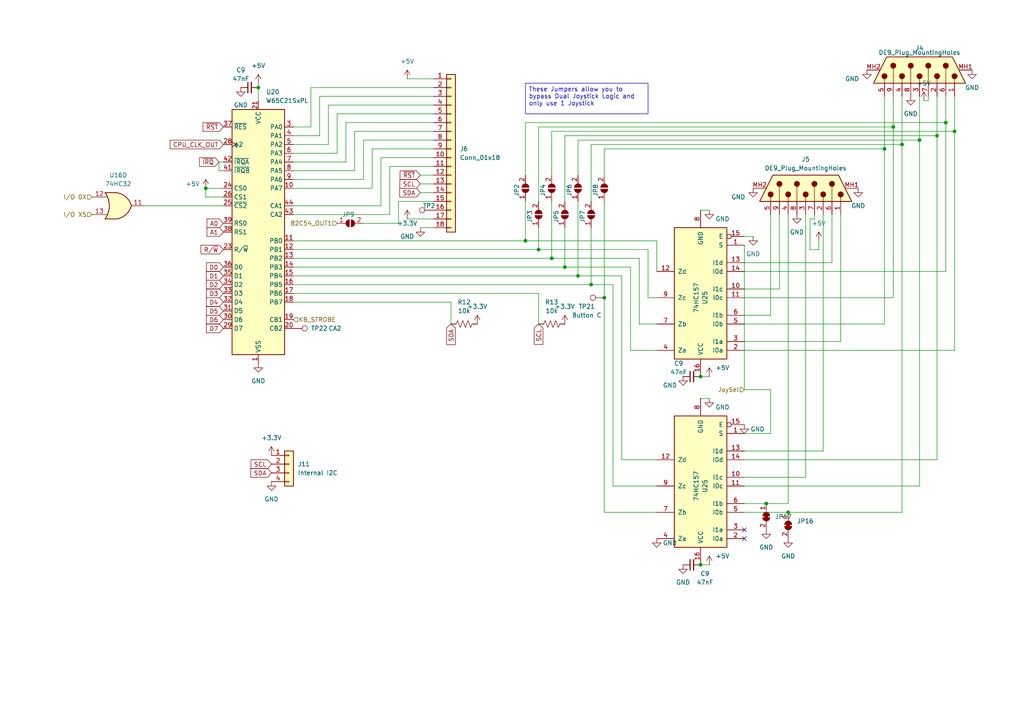
<source format=kicad_sch>
(kicad_sch (version 20230121) (generator eeschema)
  (paper "A4")
  (lib_symbols
    (symbol "74xx:74LS157" (pin_names (offset 1.016))
      (property "Reference" "U" (at -7.62 19.05 0))
      (property "Value" "74LS157" (at -7.62 -21.59 0))
      (symbol "74LS157_1_0"
        (pin input line (at -12.7 -15.24 0) (length 5.08) (name "S") (number "1"))
        (pin input line (at -12.7 -2.54 0) (length 5.08) (name "I1c") (number "10"))
        (pin input line (at -12.7 0 0) (length 5.08) (name "I0c") (number "11"))
        (pin output line (at 12.7 -7.62 180) (length 5.08) (name "Zd") (number "12"))
        (pin input line (at -12.7 -10.16 0) (length 5.08) (name "I1d") (number "13"))
        (pin input line (at -12.7 -7.62 0) (length 5.08) (name "I0d") (number "14"))
        (pin input inverted (at -12.7 -17.78 0) (length 5.08) (name "E") (number "15"))
        (pin power_in line (at 0 22.86 270) (length 5.08) (name "VCC") (number "16"))
        (pin input line (at -12.7 15.24 0) (length 5.08) (name "I0a") (number "2"))
        (pin input line (at -12.7 12.7 0) (length 5.08) (name "I1a") (number "3"))
        (pin output line (at 12.7 15.24 180) (length 5.08) (name "Za") (number "4"))
        (pin input line (at -12.7 7.62 0) (length 5.08) (name "I0b") (number "5"))
        (pin input line (at -12.7 5.08 0) (length 5.08) (name "I1b") (number "6"))
        (pin output line (at 12.7 7.62 180) (length 5.08) (name "Zb") (number "7"))
        (pin power_in line (at 0 -25.4 90) (length 5.08) (name "GND") (number "8"))
        (pin output line (at 12.7 0 180) (length 5.08) (name "Zc") (number "9"))
      )
      (symbol "74LS157_1_1"
        (rectangle (start -7.62 17.78) (end 7.62 -20.32) (stroke (width 0.254)) (fill (type background)))
      )
    )
    (symbol "74xx:74LS32" (pin_names (offset 1.016))
      (property "Reference" "U" (at 0 1.27 0))
      (property "Value" "74LS32" (at 0 -1.27 0))
      (symbol "74LS32_1_1"
        (arc (start -3.81 -3.81) (mid -2.589 0) (end -3.81 3.81) (stroke (width 0.254)))
        (arc (start -0.6096 -3.81) (mid 2.1842 -2.5851) (end 3.81 0) (stroke (width 0.254)) (fill (type background)))
        (polyline (pts (xy -3.81 -3.81) (xy -0.635 -3.81)) (stroke (width 0.254)) (fill (type background)))
        (polyline (pts (xy -3.81 3.81) (xy -0.635 3.81)) (stroke (width 0.254)) (fill (type background)))
        (polyline (pts (xy -0.635 3.81) (xy -3.81 3.81) (xy -3.81 3.81) (xy -3.556 3.4036) (xy -3.0226 2.2606) (xy -2.6924 1.0414) (xy -2.6162 -0.254) (xy -2.7686 -1.4986) (xy -3.175 -2.7178) (xy -3.81 -3.81) (xy -3.81 -3.81) (xy -0.635 -3.81)) (stroke (width -25.4)) (fill (type background)))
        (arc (start 3.81 0) (mid 2.1915 2.5936) (end -0.6096 3.81) (stroke (width 0.254)) (fill (type background)))
        (pin input line (at -7.62 2.54 0) (length 4.318) (name "~") (number "1"))
        (pin input line (at -7.62 -2.54 0) (length 4.318) (name "~") (number "2"))
        (pin output line (at 7.62 0 180) (length 3.81) (name "~") (number "3"))
      )
      (symbol "74LS32_1_2"
        (arc (start 0 -3.81) (mid 3.7934 0) (end 0 3.81) (stroke (width 0.254)) (fill (type background)))
        (polyline (pts (xy 0 3.81) (xy -3.81 3.81) (xy -3.81 -3.81) (xy 0 -3.81)) (stroke (width 0.254)) (fill (type background)))
        (pin input inverted (at -7.62 2.54 0) (length 3.81) (name "~") (number "1"))
        (pin input inverted (at -7.62 -2.54 0) (length 3.81) (name "~") (number "2"))
        (pin output inverted (at 7.62 0 180) (length 3.81) (name "~") (number "3"))
      )
      (symbol "74LS32_2_1"
        (arc (start -3.81 -3.81) (mid -2.589 0) (end -3.81 3.81) (stroke (width 0.254)))
        (arc (start -0.6096 -3.81) (mid 2.1842 -2.5851) (end 3.81 0) (stroke (width 0.254)) (fill (type background)))
        (polyline (pts (xy -3.81 -3.81) (xy -0.635 -3.81)) (stroke (width 0.254)) (fill (type background)))
        (polyline (pts (xy -3.81 3.81) (xy -0.635 3.81)) (stroke (width 0.254)) (fill (type background)))
        (polyline (pts (xy -0.635 3.81) (xy -3.81 3.81) (xy -3.81 3.81) (xy -3.556 3.4036) (xy -3.0226 2.2606) (xy -2.6924 1.0414) (xy -2.6162 -0.254) (xy -2.7686 -1.4986) (xy -3.175 -2.7178) (xy -3.81 -3.81) (xy -3.81 -3.81) (xy -0.635 -3.81)) (stroke (width -25.4)) (fill (type background)))
        (arc (start 3.81 0) (mid 2.1915 2.5936) (end -0.6096 3.81) (stroke (width 0.254)) (fill (type background)))
        (pin input line (at -7.62 2.54 0) (length 4.318) (name "~") (number "4"))
        (pin input line (at -7.62 -2.54 0) (length 4.318) (name "~") (number "5"))
        (pin output line (at 7.62 0 180) (length 3.81) (name "~") (number "6"))
      )
      (symbol "74LS32_2_2"
        (arc (start 0 -3.81) (mid 3.7934 0) (end 0 3.81) (stroke (width 0.254)) (fill (type background)))
        (polyline (pts (xy 0 3.81) (xy -3.81 3.81) (xy -3.81 -3.81) (xy 0 -3.81)) (stroke (width 0.254)) (fill (type background)))
        (pin input inverted (at -7.62 2.54 0) (length 3.81) (name "~") (number "4"))
        (pin input inverted (at -7.62 -2.54 0) (length 3.81) (name "~") (number "5"))
        (pin output inverted (at 7.62 0 180) (length 3.81) (name "~") (number "6"))
      )
      (symbol "74LS32_3_1"
        (arc (start -3.81 -3.81) (mid -2.589 0) (end -3.81 3.81) (stroke (width 0.254)))
        (arc (start -0.6096 -3.81) (mid 2.1842 -2.5851) (end 3.81 0) (stroke (width 0.254)) (fill (type background)))
        (polyline (pts (xy -3.81 -3.81) (xy -0.635 -3.81)) (stroke (width 0.254)) (fill (type background)))
        (polyline (pts (xy -3.81 3.81) (xy -0.635 3.81)) (stroke (width 0.254)) (fill (type background)))
        (polyline (pts (xy -0.635 3.81) (xy -3.81 3.81) (xy -3.81 3.81) (xy -3.556 3.4036) (xy -3.0226 2.2606) (xy -2.6924 1.0414) (xy -2.6162 -0.254) (xy -2.7686 -1.4986) (xy -3.175 -2.7178) (xy -3.81 -3.81) (xy -3.81 -3.81) (xy -0.635 -3.81)) (stroke (width -25.4)) (fill (type background)))
        (arc (start 3.81 0) (mid 2.1915 2.5936) (end -0.6096 3.81) (stroke (width 0.254)) (fill (type background)))
        (pin input line (at -7.62 -2.54 0) (length 4.318) (name "~") (number "10"))
        (pin output line (at 7.62 0 180) (length 3.81) (name "~") (number "8"))
        (pin input line (at -7.62 2.54 0) (length 4.318) (name "~") (number "9"))
      )
      (symbol "74LS32_3_2"
        (arc (start 0 -3.81) (mid 3.7934 0) (end 0 3.81) (stroke (width 0.254)) (fill (type background)))
        (polyline (pts (xy 0 3.81) (xy -3.81 3.81) (xy -3.81 -3.81) (xy 0 -3.81)) (stroke (width 0.254)) (fill (type background)))
        (pin input inverted (at -7.62 -2.54 0) (length 3.81) (name "~") (number "10"))
        (pin output inverted (at 7.62 0 180) (length 3.81) (name "~") (number "8"))
        (pin input inverted (at -7.62 2.54 0) (length 3.81) (name "~") (number "9"))
      )
      (symbol "74LS32_4_1"
        (arc (start -3.81 -3.81) (mid -2.589 0) (end -3.81 3.81) (stroke (width 0.254)))
        (arc (start -0.6096 -3.81) (mid 2.1842 -2.5851) (end 3.81 0) (stroke (width 0.254)) (fill (type background)))
        (polyline (pts (xy -3.81 -3.81) (xy -0.635 -3.81)) (stroke (width 0.254)) (fill (type background)))
        (polyline (pts (xy -3.81 3.81) (xy -0.635 3.81)) (stroke (width 0.254)) (fill (type background)))
        (polyline (pts (xy -0.635 3.81) (xy -3.81 3.81) (xy -3.81 3.81) (xy -3.556 3.4036) (xy -3.0226 2.2606) (xy -2.6924 1.0414) (xy -2.6162 -0.254) (xy -2.7686 -1.4986) (xy -3.175 -2.7178) (xy -3.81 -3.81) (xy -3.81 -3.81) (xy -0.635 -3.81)) (stroke (width -25.4)) (fill (type background)))
        (arc (start 3.81 0) (mid 2.1915 2.5936) (end -0.6096 3.81) (stroke (width 0.254)) (fill (type background)))
        (pin output line (at 7.62 0 180) (length 3.81) (name "~") (number "11"))
        (pin input line (at -7.62 2.54 0) (length 4.318) (name "~") (number "12"))
        (pin input line (at -7.62 -2.54 0) (length 4.318) (name "~") (number "13"))
      )
      (symbol "74LS32_4_2"
        (arc (start 0 -3.81) (mid 3.7934 0) (end 0 3.81) (stroke (width 0.254)) (fill (type background)))
        (polyline (pts (xy 0 3.81) (xy -3.81 3.81) (xy -3.81 -3.81) (xy 0 -3.81)) (stroke (width 0.254)) (fill (type background)))
        (pin output inverted (at 7.62 0 180) (length 3.81) (name "~") (number "11"))
        (pin input inverted (at -7.62 2.54 0) (length 3.81) (name "~") (number "12"))
        (pin input inverted (at -7.62 -2.54 0) (length 3.81) (name "~") (number "13"))
      )
      (symbol "74LS32_5_0"
        (pin power_in line (at 0 12.7 270) (length 5.08) (name "VCC") (number "14"))
        (pin power_in line (at 0 -12.7 90) (length 5.08) (name "GND") (number "7"))
      )
      (symbol "74LS32_5_1"
        (rectangle (start -5.08 7.62) (end 5.08 -7.62) (stroke (width 0.254)) (fill (type background)))
      )
    )
    (symbol "Connector:DE9_Plug_MountingHoles" (pin_names (offset 1.016) hide)
      (property "Reference" "J5" (at 8.3858 0 90))
      (property "Value" "DE9_Plug_MountingHoles" (at 5.8458 0 90))
      (symbol "DE9_Plug_MountingHoles_0_1"
        (circle (center -1.778 -10.16) (radius 0.762) (fill (type outline)))
        (circle (center -1.778 -5.08) (radius 0.762) (fill (type outline)))
        (circle (center -1.778 0) (radius 0.762) (fill (type outline)))
        (circle (center -1.778 5.08) (radius 0.762) (fill (type outline)))
        (circle (center -1.778 10.16) (radius 0.762) (fill (type outline)))
        (polyline (pts (xy -3.81 -10.16) (xy -2.54 -10.16)))
        (polyline (pts (xy -3.81 -7.62) (xy 0.508 -7.62)))
        (polyline (pts (xy -3.81 -5.08) (xy -2.54 -5.08)))
        (polyline (pts (xy -3.81 -2.54) (xy 0.508 -2.54)))
        (polyline (pts (xy -3.81 0) (xy -2.54 0)))
        (polyline (pts (xy -3.81 2.54) (xy 0.508 2.54)))
        (polyline (pts (xy -3.81 5.08) (xy -2.54 5.08)))
        (polyline (pts (xy -3.81 7.62) (xy 0.508 7.62)))
        (polyline (pts (xy -3.81 10.16) (xy -2.54 10.16)))
        (polyline (pts (xy -3.81 -13.335) (xy -3.81 13.335) (xy 3.81 9.525) (xy 3.81 -9.525) (xy -3.81 -13.335)) (stroke (width 0.254)) (fill (type background)))
        (circle (center 1.27 -7.62) (radius 0.762) (fill (type outline)))
        (circle (center 1.27 -2.54) (radius 0.762) (fill (type outline)))
        (circle (center 1.27 2.54) (radius 0.762) (fill (type outline)))
        (circle (center 1.27 7.62) (radius 0.762) (fill (type outline)))
      )
      (symbol "DE9_Plug_MountingHoles_1_1"
        (pin passive line (at -7.62 -10.16 0) (length 3.81) (name "1") (number "1"))
        (pin passive line (at -7.62 -5.08 0) (length 3.81) (name "2") (number "2"))
        (pin passive line (at -7.62 0 0) (length 3.81) (name "3") (number "3"))
        (pin passive line (at -7.62 5.08 0) (length 3.81) (name "4") (number "4"))
        (pin passive line (at -7.62 10.16 0) (length 3.81) (name "5") (number "5"))
        (pin passive line (at -7.62 -7.62 0) (length 3.81) (name "6") (number "6"))
        (pin passive line (at -7.62 -2.54 0) (length 3.81) (name "7") (number "7"))
        (pin passive line (at -7.62 2.54 0) (length 3.81) (name "8") (number "8"))
        (pin passive line (at -7.62 7.62 0) (length 3.81) (name "9") (number "9"))
        (pin passive line (at 0 -15.24 90) (length 3.81) (name "PAD") (number "MH1"))
        (pin passive line (at 0 15.24 270) (length 3.81) (name "PAD") (number "MH2"))
      )
    )
    (symbol "Connector:TestPoint" (pin_numbers hide) (pin_names (offset 0.762) hide)
      (property "Reference" "TP" (at 0 6.858 0))
      (property "Value" "TestPoint" (at 0 5.08 0))
      (symbol "TestPoint_0_1"
        (circle (center 0 3.302) (radius 0.762))
      )
      (symbol "TestPoint_1_1"
        (pin passive line (at 0 0 90) (length 2.54) (name "1") (number "1"))
      )
    )
    (symbol "Connector_Generic:Conn_01x04" (pin_names (offset 1.016) hide)
      (property "Reference" "J" (at 0 5.08 0))
      (property "Value" "Conn_01x04" (at 0 -7.62 0))
      (symbol "Conn_01x04_1_1"
        (rectangle (start -1.27 -4.953) (end 0 -5.207) (stroke (width 0.1524)))
        (rectangle (start -1.27 -2.413) (end 0 -2.667) (stroke (width 0.1524)))
        (rectangle (start -1.27 0.127) (end 0 -0.127) (stroke (width 0.1524)))
        (rectangle (start -1.27 2.667) (end 0 2.413) (stroke (width 0.1524)))
        (rectangle (start -1.27 3.81) (end 1.27 -6.35) (stroke (width 0.254)) (fill (type background)))
        (pin passive line (at -5.08 2.54 0) (length 3.81) (name "Pin_1") (number "1"))
        (pin passive line (at -5.08 0 0) (length 3.81) (name "Pin_2") (number "2"))
        (pin passive line (at -5.08 -2.54 0) (length 3.81) (name "Pin_3") (number "3"))
        (pin passive line (at -5.08 -5.08 0) (length 3.81) (name "Pin_4") (number "4"))
      )
    )
    (symbol "Connector_Generic:Conn_01x18" (pin_names (offset 1.016) hide)
      (property "Reference" "J" (at 0 22.86 0))
      (property "Value" "Conn_01x18" (at 0 -25.4 0))
      (symbol "Conn_01x18_1_1"
        (rectangle (start -1.27 -22.733) (end 0 -22.987) (stroke (width 0.1524)))
        (rectangle (start -1.27 -20.193) (end 0 -20.447) (stroke (width 0.1524)))
        (rectangle (start -1.27 -17.653) (end 0 -17.907) (stroke (width 0.1524)))
        (rectangle (start -1.27 -15.113) (end 0 -15.367) (stroke (width 0.1524)))
        (rectangle (start -1.27 -12.573) (end 0 -12.827) (stroke (width 0.1524)))
        (rectangle (start -1.27 -10.033) (end 0 -10.287) (stroke (width 0.1524)))
        (rectangle (start -1.27 -7.493) (end 0 -7.747) (stroke (width 0.1524)))
        (rectangle (start -1.27 -4.953) (end 0 -5.207) (stroke (width 0.1524)))
        (rectangle (start -1.27 -2.413) (end 0 -2.667) (stroke (width 0.1524)))
        (rectangle (start -1.27 0.127) (end 0 -0.127) (stroke (width 0.1524)))
        (rectangle (start -1.27 2.667) (end 0 2.413) (stroke (width 0.1524)))
        (rectangle (start -1.27 5.207) (end 0 4.953) (stroke (width 0.1524)))
        (rectangle (start -1.27 7.747) (end 0 7.493) (stroke (width 0.1524)))
        (rectangle (start -1.27 10.287) (end 0 10.033) (stroke (width 0.1524)))
        (rectangle (start -1.27 12.827) (end 0 12.573) (stroke (width 0.1524)))
        (rectangle (start -1.27 15.367) (end 0 15.113) (stroke (width 0.1524)))
        (rectangle (start -1.27 17.907) (end 0 17.653) (stroke (width 0.1524)))
        (rectangle (start -1.27 20.447) (end 0 20.193) (stroke (width 0.1524)))
        (rectangle (start -1.27 21.59) (end 1.27 -24.13) (stroke (width 0.254)) (fill (type background)))
        (pin passive line (at -5.08 20.32 0) (length 3.81) (name "Pin_1") (number "1"))
        (pin passive line (at -5.08 -2.54 0) (length 3.81) (name "Pin_10") (number "10"))
        (pin passive line (at -5.08 -5.08 0) (length 3.81) (name "Pin_11") (number "11"))
        (pin passive line (at -5.08 -7.62 0) (length 3.81) (name "Pin_12") (number "12"))
        (pin passive line (at -5.08 -10.16 0) (length 3.81) (name "Pin_13") (number "13"))
        (pin passive line (at -5.08 -12.7 0) (length 3.81) (name "Pin_14") (number "14"))
        (pin passive line (at -5.08 -15.24 0) (length 3.81) (name "Pin_15") (number "15"))
        (pin passive line (at -5.08 -17.78 0) (length 3.81) (name "Pin_16") (number "16"))
        (pin passive line (at -5.08 -20.32 0) (length 3.81) (name "Pin_17") (number "17"))
        (pin passive line (at -5.08 -22.86 0) (length 3.81) (name "Pin_18") (number "18"))
        (pin passive line (at -5.08 17.78 0) (length 3.81) (name "Pin_2") (number "2"))
        (pin passive line (at -5.08 15.24 0) (length 3.81) (name "Pin_3") (number "3"))
        (pin passive line (at -5.08 12.7 0) (length 3.81) (name "Pin_4") (number "4"))
        (pin passive line (at -5.08 10.16 0) (length 3.81) (name "Pin_5") (number "5"))
        (pin passive line (at -5.08 7.62 0) (length 3.81) (name "Pin_6") (number "6"))
        (pin passive line (at -5.08 5.08 0) (length 3.81) (name "Pin_7") (number "7"))
        (pin passive line (at -5.08 2.54 0) (length 3.81) (name "Pin_8") (number "8"))
        (pin passive line (at -5.08 0 0) (length 3.81) (name "Pin_9") (number "9"))
      )
    )
    (symbol "DE9_Plug_MountingHoles_1" (pin_names (offset 1.016) hide)
      (property "Reference" "J4" (at 6.35 0 90))
      (property "Value" "DE9_Plug_MountingHoles" (at 5.08 0 90))
      (symbol "DE9_Plug_MountingHoles_1_0_1"
        (circle (center -1.778 -10.16) (radius 0.762) (fill (type outline)))
        (circle (center -1.778 -5.08) (radius 0.762) (fill (type outline)))
        (circle (center -1.778 0) (radius 0.762) (fill (type outline)))
        (circle (center -1.778 5.08) (radius 0.762) (fill (type outline)))
        (circle (center -1.778 10.16) (radius 0.762) (fill (type outline)))
        (polyline (pts (xy -3.81 -10.16) (xy -2.54 -10.16)))
        (polyline (pts (xy -3.81 -7.62) (xy 0.508 -7.62)))
        (polyline (pts (xy -3.81 -5.08) (xy -2.54 -5.08)))
        (polyline (pts (xy -3.81 -2.54) (xy 0.508 -2.54)))
        (polyline (pts (xy -3.81 0) (xy -2.54 0)))
        (polyline (pts (xy -3.81 2.54) (xy 0.508 2.54)))
        (polyline (pts (xy -3.81 5.08) (xy -2.54 5.08)))
        (polyline (pts (xy -3.81 7.62) (xy 0.508 7.62)))
        (polyline (pts (xy -3.81 10.16) (xy -2.54 10.16)))
        (polyline (pts (xy -3.81 -13.335) (xy -3.81 13.335) (xy 3.81 9.525) (xy 3.81 -9.525) (xy -3.81 -13.335)) (stroke (width 0.254)) (fill (type background)))
        (circle (center 1.27 -7.62) (radius 0.762) (fill (type outline)))
        (circle (center 1.27 -2.54) (radius 0.762) (fill (type outline)))
        (circle (center 1.27 2.54) (radius 0.762) (fill (type outline)))
        (circle (center 1.27 7.62) (radius 0.762) (fill (type outline)))
      )
      (symbol "DE9_Plug_MountingHoles_1_1_1"
        (pin passive line (at -7.62 -10.16 0) (length 3.81) (name "1") (number "1"))
        (pin passive line (at -7.62 -5.08 0) (length 3.81) (name "2") (number "2"))
        (pin passive line (at -7.62 0 0) (length 3.81) (name "3") (number "3"))
        (pin passive line (at -7.62 5.08 0) (length 3.81) (name "4") (number "4"))
        (pin passive line (at -7.62 10.16 0) (length 3.81) (name "5") (number "5"))
        (pin passive line (at -7.62 -7.62 0) (length 3.81) (name "6") (number "6"))
        (pin passive line (at -7.62 -2.54 0) (length 3.81) (name "7") (number "7"))
        (pin passive line (at -7.62 2.54 0) (length 3.81) (name "8") (number "8"))
        (pin passive line (at -7.62 7.62 0) (length 3.81) (name "9") (number "9"))
        (pin passive line (at 0 -15.24 90) (length 3.81) (name "PAD") (number "MH1"))
        (pin passive line (at 0 15.24 270) (length 3.81) (name "PAD") (number "MH2"))
      )
    )
    (symbol "Device:C_Small" (pin_numbers hide) (pin_names (offset 0.254) hide)
      (property "Reference" "C" (at 0.254 1.778 0))
      (property "Value" "C_Small" (at 0.254 -2.032 0))
      (symbol "C_Small_0_1"
        (polyline (pts (xy -1.524 -0.508) (xy 1.524 -0.508)) (stroke (width 0.3302)))
        (polyline (pts (xy -1.524 0.508) (xy 1.524 0.508)) (stroke (width 0.3048)))
      )
      (symbol "C_Small_1_1"
        (pin passive line (at 0 2.54 270) (length 2.032) (name "~") (number "1"))
        (pin passive line (at 0 -2.54 90) (length 2.032) (name "~") (number "2"))
      )
    )
    (symbol "Device:R_US" (pin_numbers hide) (pin_names (offset 0))
      (property "Reference" "R" (at 2.54 0 90))
      (property "Value" "R_US" (at -2.54 0 90))
      (symbol "R_US_0_1"
        (polyline (pts (xy 0 -2.286) (xy 0 -2.54)))
        (polyline (pts (xy 0 2.286) (xy 0 2.54)))
        (polyline (pts (xy 0 -0.762) (xy 1.016 -1.143) (xy 0 -1.524) (xy -1.016 -1.905) (xy 0 -2.286)))
        (polyline (pts (xy 0 0.762) (xy 1.016 0.381) (xy 0 0) (xy -1.016 -0.381) (xy 0 -0.762)))
        (polyline (pts (xy 0 2.286) (xy 1.016 1.905) (xy 0 1.524) (xy -1.016 1.143) (xy 0 0.762)))
      )
      (symbol "R_US_1_1"
        (pin passive line (at 0 3.81 270) (length 1.27) (name "~") (number "1"))
        (pin passive line (at 0 -3.81 90) (length 1.27) (name "~") (number "2"))
      )
    )
    (symbol "Jumper:SolderJumper_2_Bridged" (pin_names (offset 0) hide)
      (property "Reference" "JP" (at 0 2.032 0))
      (property "Value" "SolderJumper_2_Bridged" (at 0 -2.54 0))
      (symbol "SolderJumper_2_Bridged_0_1"
        (rectangle (start -0.508 0.508) (end 0.508 -0.508) (fill (type outline)))
        (arc (start -0.254 1.016) (mid -1.2656 0) (end -0.254 -1.016))
        (arc (start -0.254 1.016) (mid -1.2656 0) (end -0.254 -1.016) (fill (type outline)))
        (polyline (pts (xy -0.254 1.016) (xy -0.254 -1.016)))
        (polyline (pts (xy 0.254 1.016) (xy 0.254 -1.016)))
        (arc (start 0.254 -1.016) (mid 1.2656 0) (end 0.254 1.016))
        (arc (start 0.254 -1.016) (mid 1.2656 0) (end 0.254 1.016) (fill (type outline)))
      )
      (symbol "SolderJumper_2_Bridged_1_1"
        (pin passive line (at -3.81 0 0) (length 2.54) (name "A") (number "1"))
        (pin passive line (at 3.81 0 180) (length 2.54) (name "B") (number "2"))
      )
    )
    (symbol "Jumper:SolderJumper_2_Open" (pin_names (offset 0) hide)
      (property "Reference" "JP" (at 0 2.032 0))
      (property "Value" "SolderJumper_2_Open" (at 0 -2.54 0))
      (symbol "SolderJumper_2_Open_0_1"
        (arc (start -0.254 1.016) (mid -1.2656 0) (end -0.254 -1.016))
        (arc (start -0.254 1.016) (mid -1.2656 0) (end -0.254 -1.016) (fill (type outline)))
        (polyline (pts (xy -0.254 1.016) (xy -0.254 -1.016)))
        (polyline (pts (xy 0.254 1.016) (xy 0.254 -1.016)))
        (arc (start 0.254 -1.016) (mid 1.2656 0) (end 0.254 1.016))
        (arc (start 0.254 -1.016) (mid 1.2656 0) (end 0.254 1.016) (fill (type outline)))
      )
      (symbol "SolderJumper_2_Open_1_1"
        (pin passive line (at -3.81 0 0) (length 2.54) (name "A") (number "1"))
        (pin passive line (at 3.81 0 180) (length 2.54) (name "B") (number "2"))
      )
    )
    (symbol "PCM_65xx-library:W65C21SxPL"
      (property "Reference" "U" (at 2.54 40.64 0))
      (property "Value" "W65C21SxPL" (at 2.54 38.1 0))
      (symbol "W65C21SxPL_0_1"
        (rectangle (start -7.62 35.56) (end 7.62 -35.56) (stroke (width 0.254)) (fill (type background)))
      )
      (symbol "W65C21SxPL_1_1"
        (pin power_in line (at 0 -38.1 90) (length 2.54) (name "VSS") (number "1"))
        (pin bidirectional line (at 10.16 12.7 180) (length 2.54) (name "PA7") (number "10"))
        (pin bidirectional line (at 10.16 -2.54 180) (length 2.54) (name "PB0") (number "11"))
        (pin bidirectional line (at 10.16 -5.08 180) (length 2.54) (name "PB1") (number "12"))
        (pin bidirectional line (at 10.16 -7.62 180) (length 2.54) (name "PB2") (number "13"))
        (pin bidirectional line (at 10.16 -10.16 180) (length 2.54) (name "PB3") (number "14"))
        (pin bidirectional line (at 10.16 -12.7 180) (length 2.54) (name "PB4") (number "15"))
        (pin bidirectional line (at 10.16 -15.24 180) (length 2.54) (name "PB5") (number "16"))
        (pin bidirectional line (at 10.16 -17.78 180) (length 2.54) (name "PB6") (number "17"))
        (pin bidirectional line (at 10.16 -20.32 180) (length 2.54) (name "PB7") (number "18"))
        (pin input line (at 10.16 -25.4 180) (length 2.54) (name "CB1") (number "19"))
        (pin no_connect non_logic (at -7.62 22.86 0) (length 2.54) hide (name "nc") (number "2"))
        (pin bidirectional line (at 10.16 -27.94 180) (length 2.54) (name "CB2") (number "20"))
        (pin power_in line (at 0 38.1 270) (length 2.54) (name "VCC") (number "21"))
        (pin no_connect non_logic (at -7.62 5.08 0) (length 2.54) hide (name "nc") (number "22"))
        (pin input line (at -10.16 -5.08 0) (length 2.54) (name "R/~{W}") (number "23"))
        (pin input line (at -10.16 12.7 0) (length 2.54) (name "CS0") (number "24"))
        (pin input line (at -10.16 7.62 0) (length 2.54) (name "~{CS2}") (number "25"))
        (pin input line (at -10.16 10.16 0) (length 2.54) (name "CS1") (number "26"))
        (pin no_connect non_logic (at -7.62 -7.62 0) (length 2.54) hide (name "nc") (number "27"))
        (pin input clock (at -10.16 25.4 0) (length 2.54) (name "ϕ2") (number "28"))
        (pin bidirectional line (at -10.16 -27.94 0) (length 2.54) (name "D7") (number "29"))
        (pin bidirectional line (at 10.16 30.48 180) (length 2.54) (name "PA0") (number "3"))
        (pin bidirectional line (at -10.16 -25.4 0) (length 2.54) (name "D6") (number "30"))
        (pin bidirectional line (at -10.16 -22.86 0) (length 2.54) (name "D5") (number "31"))
        (pin bidirectional line (at -10.16 -20.32 0) (length 2.54) (name "D4") (number "32"))
        (pin bidirectional line (at -10.16 -17.78 0) (length 2.54) (name "D3") (number "33"))
        (pin bidirectional line (at -10.16 -15.24 0) (length 2.54) (name "D2") (number "34"))
        (pin bidirectional line (at -10.16 -12.7 0) (length 2.54) (name "D1") (number "35"))
        (pin bidirectional line (at -10.16 -10.16 0) (length 2.54) (name "D0") (number "36"))
        (pin input line (at -10.16 30.48 0) (length 2.54) (name "~{RES}") (number "37"))
        (pin input line (at -10.16 0 0) (length 2.54) (name "RS1") (number "38"))
        (pin input line (at -10.16 2.54 0) (length 2.54) (name "RS0") (number "39"))
        (pin bidirectional line (at 10.16 27.94 180) (length 2.54) (name "PA1") (number "4"))
        (pin no_connect non_logic (at -7.62 -30.48 0) (length 2.54) hide (name "nc") (number "40"))
        (pin open_collector line (at -10.16 17.78 0) (length 2.54) (name "~{IRQB}") (number "41"))
        (pin open_collector line (at -10.16 20.32 0) (length 2.54) (name "~{IRQA}") (number "42"))
        (pin bidirectional line (at 10.16 5.08 180) (length 2.54) (name "CA2") (number "43"))
        (pin input line (at 10.16 7.62 180) (length 2.54) (name "CA1") (number "44"))
        (pin bidirectional line (at 10.16 25.4 180) (length 2.54) (name "PA2") (number "5"))
        (pin bidirectional line (at 10.16 22.86 180) (length 2.54) (name "PA3") (number "6"))
        (pin bidirectional line (at 10.16 20.32 180) (length 2.54) (name "PA4") (number "7"))
        (pin bidirectional line (at 10.16 17.78 180) (length 2.54) (name "PA5") (number "8"))
        (pin bidirectional line (at 10.16 15.24 180) (length 2.54) (name "PA6") (number "9"))
      )
    )
    (symbol "power:+3.3V" (power) (pin_names (offset 0))
      (property "Value" "+3.3V" (at 0 3.556 0))
      (symbol "+3.3V_0_1"
        (polyline (pts (xy -0.762 1.27) (xy 0 2.54)))
        (polyline (pts (xy 0 0) (xy 0 2.54)))
        (polyline (pts (xy 0 2.54) (xy 0.762 1.27)))
      )
      (symbol "+3.3V_1_1"
        (pin power_in line (at 0 0 90) (length 0) hide (name "+3.3V") (number "1"))
      )
    )
    (symbol "power:+5V" (power) (pin_names (offset 0))
      (property "Value" "+5V" (at 0 3.556 0))
      (symbol "+5V_0_1"
        (polyline (pts (xy -0.762 1.27) (xy 0 2.54)))
        (polyline (pts (xy 0 0) (xy 0 2.54)))
        (polyline (pts (xy 0 2.54) (xy 0.762 1.27)))
      )
      (symbol "+5V_1_1"
        (pin power_in line (at 0 0 90) (length 0) hide (name "+5V") (number "1"))
      )
    )
    (symbol "power:GND" (power) (pin_names (offset 0))
      (property "Value" "GND" (at 0 -3.81 0))
      (symbol "GND_0_1"
        (polyline (pts (xy 0 0) (xy 0 -1.27) (xy 1.27 -1.27) (xy 0 -2.54) (xy -1.27 -1.27) (xy 0 -1.27)))
      )
      (symbol "GND_1_1"
        (pin power_in line (at 0 0 270) (length 0) hide (name "GND") (number "1"))
      )
    )
  )
  (junction (at 152.4 69.85))
  (junction (at 163.83 77.47))
  (junction (at 271.78 39.37))
  (junction (at 203.2 109.22))
  (junction (at 175.26 86.36))
  (junction (at 160.02 74.93))
  (junction (at 259.08 36.83))
  (junction (at 167.64 80.01))
  (junction (at 222.25 146.05))
  (junction (at 171.45 82.55))
  (junction (at 203.2 163.83))
  (junction (at 59.69 54.61))
  (junction (at 266.7 40.64))
  (junction (at 156.21 72.39))
  (junction (at 256.54 43.18))
  (junction (at 261.62 41.91))
  (junction (at 274.32 35.56))
  (junction (at 74.93 25.4))
  (junction (at 276.86 38.1))
  (junction (at 228.6 148.59))
  (no_connect (at 215.9 153.67))
  (no_connect (at 215.9 156.21))
  (wire (pts (xy 274.32 78.74) (xy 215.9 78.74)))
  (wire (pts (xy 156.21 36.83) (xy 259.08 36.83)))
  (wire (pts (xy 256.54 93.98) (xy 215.9 93.98)))
  (wire (pts (xy 274.32 27.94) (xy 274.32 35.56)))
  (wire (pts (xy 180.34 80.01) (xy 180.34 133.35)))
  (wire (pts (xy 85.09 85.09) (xy 156.21 85.09)))
  (wire (pts (xy 160.02 58.42) (xy 160.02 74.93)))
  (wire (pts (xy 163.83 66.04) (xy 163.83 77.47)))
  (wire (pts (xy 85.09 80.01) (xy 167.64 80.01)))
  (wire (pts (xy 74.93 24.13) (xy 74.93 25.4)))
  (wire (pts (xy 276.86 101.6) (xy 215.9 101.6)))
  (wire (pts (xy 130.81 87.63) (xy 85.09 87.63)))
  (wire (pts (xy 85.09 52.07) (xy 105.41 52.07)))
  (wire (pts (xy 226.06 62.23) (xy 226.06 83.82)))
  (wire (pts (xy 276.86 27.94) (xy 276.86 38.1)))
  (wire (pts (xy 234.95 63.5) (xy 234.95 72.39)))
  (wire (pts (xy 110.49 45.72) (xy 125.73 45.72)))
  (wire (pts (xy 261.62 27.94) (xy 261.62 41.91)))
  (wire (pts (xy 125.73 66.04) (xy 121.92 66.04)))
  (wire (pts (xy 85.09 77.47) (xy 163.83 77.47)))
  (wire (pts (xy 243.84 99.06) (xy 215.9 99.06)))
  (wire (pts (xy 261.62 41.91) (xy 261.62 148.59)))
  (wire (pts (xy 85.09 41.91) (xy 95.25 41.91)))
  (wire (pts (xy 175.26 58.42) (xy 175.26 86.36)))
  (wire (pts (xy 163.83 39.37) (xy 163.83 58.42)))
  (wire (pts (xy 125.73 55.88) (xy 121.92 55.88)))
  (wire (pts (xy 105.41 40.64) (xy 125.73 40.64)))
  (wire (pts (xy 222.25 146.05) (xy 215.9 146.05)))
  (wire (pts (xy 115.57 58.42) (xy 115.57 64.77)))
  (wire (pts (xy 256.54 43.18) (xy 256.54 93.98)))
  (wire (pts (xy 269.24 29.21) (xy 267.97 29.21)))
  (wire (pts (xy 175.26 43.18) (xy 256.54 43.18)))
  (wire (pts (xy 236.22 62.23) (xy 236.22 63.5)))
  (wire (pts (xy 228.6 146.05) (xy 222.25 146.05)))
  (wire (pts (xy 160.02 74.93) (xy 185.42 74.93)))
  (wire (pts (xy 152.4 50.8) (xy 152.4 35.56)))
  (wire (pts (xy 156.21 85.09) (xy 156.21 93.98)))
  (wire (pts (xy 85.09 72.39) (xy 156.21 72.39)))
  (wire (pts (xy 125.73 53.34) (xy 121.92 53.34)))
  (wire (pts (xy 175.26 50.8) (xy 175.26 43.18)))
  (wire (pts (xy 110.49 59.69) (xy 110.49 45.72)))
  (wire (pts (xy 85.09 36.83) (xy 90.17 36.83)))
  (wire (pts (xy 241.3 76.2) (xy 215.9 76.2)))
  (wire (pts (xy 92.71 39.37) (xy 92.71 27.94)))
  (wire (pts (xy 152.4 35.56) (xy 274.32 35.56)))
  (wire (pts (xy 167.64 40.64) (xy 266.7 40.64)))
  (wire (pts (xy 177.8 82.55) (xy 177.8 140.97)))
  (wire (pts (xy 171.45 41.91) (xy 171.45 58.42)))
  (wire (pts (xy 203.2 109.22) (xy 205.74 109.22)))
  (wire (pts (xy 203.2 163.83) (xy 205.74 163.83)))
  (wire (pts (xy 125.73 48.26) (xy 113.03 48.26)))
  (wire (pts (xy 256.54 27.94) (xy 256.54 43.18)))
  (wire (pts (xy 63.5 46.99) (xy 63.5 49.53)))
  (wire (pts (xy 271.78 133.35) (xy 215.9 133.35)))
  (wire (pts (xy 233.68 138.43) (xy 215.9 138.43)))
  (wire (pts (xy 167.64 40.64) (xy 167.64 50.8)))
  (wire (pts (xy 236.22 63.5) (xy 234.95 63.5)))
  (wire (pts (xy 182.88 101.6) (xy 190.5 101.6)))
  (wire (pts (xy 152.4 58.42) (xy 152.4 69.85)))
  (wire (pts (xy 125.73 58.42) (xy 115.57 58.42)))
  (wire (pts (xy 182.88 77.47) (xy 182.88 101.6)))
  (wire (pts (xy 228.6 62.23) (xy 228.6 146.05)))
  (wire (pts (xy 125.73 50.8) (xy 121.92 50.8)))
  (wire (pts (xy 95.25 41.91) (xy 95.25 30.48)))
  (wire (pts (xy 90.17 36.83) (xy 90.17 25.4)))
  (wire (pts (xy 85.09 59.69) (xy 110.49 59.69)))
  (wire (pts (xy 266.7 140.97) (xy 215.9 140.97)))
  (wire (pts (xy 100.33 35.56) (xy 125.73 35.56)))
  (wire (pts (xy 203.2 115.57) (xy 205.74 115.57)))
  (wire (pts (xy 85.09 46.99) (xy 100.33 46.99)))
  (wire (pts (xy 85.09 54.61) (xy 107.95 54.61)))
  (wire (pts (xy 85.09 82.55) (xy 171.45 82.55)))
  (wire (pts (xy 171.45 82.55) (xy 177.8 82.55)))
  (wire (pts (xy 177.8 140.97) (xy 190.5 140.97)))
  (wire (pts (xy 152.4 69.85) (xy 190.5 69.85)))
  (wire (pts (xy 102.87 49.53) (xy 102.87 38.1)))
  (wire (pts (xy 171.45 41.91) (xy 261.62 41.91)))
  (wire (pts (xy 41.91 59.69) (xy 64.77 59.69)))
  (wire (pts (xy 185.42 74.93) (xy 185.42 93.98)))
  (wire (pts (xy 271.78 39.37) (xy 271.78 133.35)))
  (wire (pts (xy 215.9 125.73) (xy 223.52 125.73)))
  (wire (pts (xy 59.69 57.15) (xy 64.77 57.15)))
  (wire (pts (xy 223.52 62.23) (xy 223.52 91.44)))
  (wire (pts (xy 85.09 69.85) (xy 152.4 69.85)))
  (wire (pts (xy 156.21 66.04) (xy 156.21 72.39)))
  (wire (pts (xy 175.26 148.59) (xy 190.5 148.59)))
  (wire (pts (xy 85.09 74.93) (xy 160.02 74.93)))
  (wire (pts (xy 215.9 68.58) (xy 218.44 68.58)))
  (wire (pts (xy 74.93 25.4) (xy 74.93 29.21)))
  (wire (pts (xy 107.95 54.61) (xy 107.95 43.18)))
  (wire (pts (xy 160.02 38.1) (xy 276.86 38.1)))
  (wire (pts (xy 163.83 39.37) (xy 271.78 39.37)))
  (wire (pts (xy 107.95 43.18) (xy 125.73 43.18)))
  (wire (pts (xy 113.03 48.26) (xy 113.03 62.23)))
  (wire (pts (xy 226.06 83.82) (xy 215.9 83.82)))
  (wire (pts (xy 223.52 91.44) (xy 215.9 91.44)))
  (wire (pts (xy 233.68 62.23) (xy 233.68 138.43)))
  (wire (pts (xy 259.08 36.83) (xy 259.08 86.36)))
  (wire (pts (xy 269.24 27.94) (xy 269.24 29.21)))
  (wire (pts (xy 97.79 33.02) (xy 125.73 33.02)))
  (wire (pts (xy 238.76 130.81) (xy 215.9 130.81)))
  (wire (pts (xy 215.9 71.12) (xy 215.9 113.03)))
  (wire (pts (xy 203.2 60.96) (xy 205.74 60.96)))
  (wire (pts (xy 238.76 62.23) (xy 238.76 130.81)))
  (wire (pts (xy 234.95 72.39) (xy 237.49 72.39)))
  (wire (pts (xy 276.86 38.1) (xy 276.86 101.6)))
  (wire (pts (xy 167.64 80.01) (xy 180.34 80.01)))
  (wire (pts (xy 237.49 72.39) (xy 237.49 69.85)))
  (wire (pts (xy 156.21 58.42) (xy 156.21 36.83)))
  (wire (pts (xy 271.78 27.94) (xy 271.78 39.37)))
  (wire (pts (xy 185.42 93.98) (xy 190.5 93.98)))
  (wire (pts (xy 160.02 50.8) (xy 160.02 38.1)))
  (wire (pts (xy 59.69 54.61) (xy 59.69 57.15)))
  (wire (pts (xy 228.6 148.59) (xy 215.9 148.59)))
  (wire (pts (xy 105.41 52.07) (xy 105.41 40.64)))
  (wire (pts (xy 163.83 77.47) (xy 182.88 77.47)))
  (wire (pts (xy 259.08 86.36) (xy 215.9 86.36)))
  (wire (pts (xy 85.09 39.37) (xy 92.71 39.37)))
  (wire (pts (xy 118.11 63.5) (xy 125.73 63.5)))
  (wire (pts (xy 130.81 87.63) (xy 130.81 93.98)))
  (wire (pts (xy 85.09 44.45) (xy 97.79 44.45)))
  (wire (pts (xy 156.21 72.39) (xy 187.96 72.39)))
  (wire (pts (xy 102.87 38.1) (xy 125.73 38.1)))
  (wire (pts (xy 85.09 49.53) (xy 102.87 49.53)))
  (wire (pts (xy 90.17 25.4) (xy 125.73 25.4)))
  (wire (pts (xy 223.52 113.03) (xy 215.9 113.03)))
  (wire (pts (xy 241.3 62.23) (xy 241.3 76.2)))
  (wire (pts (xy 259.08 27.94) (xy 259.08 36.83)))
  (wire (pts (xy 64.77 49.53) (xy 63.5 49.53)))
  (wire (pts (xy 63.5 46.99) (xy 64.77 46.99)))
  (wire (pts (xy 266.7 40.64) (xy 266.7 140.97)))
  (wire (pts (xy 95.25 30.48) (xy 125.73 30.48)))
  (wire (pts (xy 167.64 58.42) (xy 167.64 80.01)))
  (wire (pts (xy 92.71 27.94) (xy 125.73 27.94)))
  (wire (pts (xy 59.69 54.61) (xy 64.77 54.61)))
  (wire (pts (xy 125.73 22.86) (xy 118.11 22.86)))
  (wire (pts (xy 100.33 46.99) (xy 100.33 35.56)))
  (wire (pts (xy 97.79 44.45) (xy 97.79 33.02)))
  (wire (pts (xy 85.09 62.23) (xy 113.03 62.23)))
  (wire (pts (xy 187.96 86.36) (xy 190.5 86.36)))
  (wire (pts (xy 187.96 72.39) (xy 187.96 86.36)))
  (wire (pts (xy 243.84 62.23) (xy 243.84 99.06)))
  (wire (pts (xy 274.32 35.56) (xy 274.32 78.74)))
  (wire (pts (xy 171.45 66.04) (xy 171.45 82.55)))
  (wire (pts (xy 266.7 27.94) (xy 266.7 40.64)))
  (wire (pts (xy 190.5 69.85) (xy 190.5 78.74)))
  (wire (pts (xy 105.41 64.77) (xy 115.57 64.77)))
  (wire (pts (xy 175.26 86.36) (xy 175.26 148.59)))
  (wire (pts (xy 261.62 148.59) (xy 228.6 148.59)))
  (wire (pts (xy 223.52 125.73) (xy 223.52 113.03)))
  (wire (pts (xy 180.34 133.35) (xy 190.5 133.35)))
  (text_box "These Jumpers allow you to bypass Dual Joystick Logic and only use 1 Joystick" (at 152.4 24.13 0) (size 35.56 8.89) (effects (font (size 1.27 1.27)) (justify left top)))
  (text "\n" (at 82.55 45.72 0) (effects (font (size 1.27 1.27)) (justify left bottom)))
  (global_label "D1" (shape input) (at 64.77 80.01 180) (property "Intersheetrefs" "${INTERSHEET_REFS}" (effects hide)))
  (global_label "D0" (shape input) (at 64.77 77.47 180) (property "Intersheetrefs" "${INTERSHEET_REFS}" (effects hide)))
  (global_label "SDA" (shape input) (at 130.81 93.98 270) (property "Intersheetrefs" "${INTERSHEET_REFS}" (effects hide)))
  (global_label "CPU_CLK_OUT" (shape input) (at 64.77 41.91 180) (property "Intersheetrefs" "${INTERSHEET_REFS}" (effects hide)))
  (global_label "D5" (shape input) (at 64.77 90.17 180) (property "Intersheetrefs" "${INTERSHEET_REFS}" (effects hide)))
  (global_label "D7" (shape input) (at 64.77 95.25 180) (property "Intersheetrefs" "${INTERSHEET_REFS}" (effects hide)))
  (global_label "SCL" (shape input) (at 121.92 53.34 180) (property "Intersheetrefs" "${INTERSHEET_REFS}" (effects hide)))
  (global_label "~{RST}" (shape input) (at 64.77 36.83 180) (property "Intersheetrefs" "${INTERSHEET_REFS}" (effects hide)))
  (global_label "D6" (shape input) (at 64.77 92.71 180) (property "Intersheetrefs" "${INTERSHEET_REFS}" (effects hide)))
  (global_label "D4" (shape input) (at 64.77 87.63 180) (property "Intersheetrefs" "${INTERSHEET_REFS}" (effects hide)))
  (global_label "SCL" (shape input) (at 78.74 134.62 180) (property "Intersheetrefs" "${INTERSHEET_REFS}" (effects hide)))
  (global_label "A1" (shape input) (at 64.77 67.31 180) (property "Intersheetrefs" "${INTERSHEET_REFS}" (effects hide)))
  (global_label "D3" (shape input) (at 64.77 85.09 180) (property "Intersheetrefs" "${INTERSHEET_REFS}" (effects hide)))
  (global_label "D2" (shape input) (at 64.77 82.55 180) (property "Intersheetrefs" "${INTERSHEET_REFS}" (effects hide)))
  (global_label "SCL" (shape input) (at 156.21 93.98 270) (property "Intersheetrefs" "${INTERSHEET_REFS}" (effects hide)))
  (global_label "~{RST}" (shape input) (at 121.92 50.8 180) (property "Intersheetrefs" "${INTERSHEET_REFS}" (effects hide)))
  (global_label "~{IRQ}" (shape input) (at 63.5 46.99 180) (property "Intersheetrefs" "${INTERSHEET_REFS}" (effects hide)))
  (global_label "R{slash}~{W}" (shape input) (at 64.77 72.39 180) (property "Intersheetrefs" "${INTERSHEET_REFS}" (effects hide)))
  (global_label "A0" (shape input) (at 64.77 64.77 180) (property "Intersheetrefs" "${INTERSHEET_REFS}" (effects hide)))
  (global_label "SDA" (shape input) (at 121.92 55.88 180) (property "Intersheetrefs" "${INTERSHEET_REFS}" (effects hide)))
  (global_label "SDA" (shape input) (at 78.74 137.16 180) (property "Intersheetrefs" "${INTERSHEET_REFS}" (effects hide)))
  (hierarchical_label "I{slash}O 0X" (shape input) (at 26.67 57.15 180))
  (hierarchical_label "JoySel" (shape input) (at 215.9 113.03 180))
  (hierarchical_label "82C54_OUT1" (shape input) (at 97.79 64.77 180))
  (hierarchical_label "I{slash}O X5" (shape input) (at 26.67 62.23 180))
  (hierarchical_label "KB_STROBE" (shape input) (at 85.09 92.71 0))
  (symbol (lib_id "power:GND") (at 222.25 153.67 0) (unit 1)
    (property "Reference" "#PWR0219" (effects hide))
    (property "Value" "GND" (at 222.25 158.75 0))
  )
  (symbol (lib_id "Connector_Generic:Conn_01x18") (at 130.81 43.18 0) (unit 1)
    (property "Reference" "J6" (at 133.35 43.18 0) (effects (justify left)))
    (property "Value" "Conn_01x18" (at 133.35 45.72 0) (effects (justify left)))
    (property "Footprint" "Connector_PinSocket_2.54mm:PinSocket_1x18_P2.54mm_Vertical" (effects hide))
  )
  (symbol (lib_id "power:GND") (at 205.74 115.57 0) (unit 1)
    (property "Reference" "#PWR0101" (effects hide))
    (property "Value" "GND" (at 209.55 118.11 0))
  )
  (symbol (lib_id "Jumper:SolderJumper_2_Open") (at 175.26 54.61 90) (unit 1)
    (property "Reference" "JP8" (at 172.72 53.34 0) (effects (justify right)))
    (property "Value" "SolderJumper_2_Open" (effects hide))
    (property "Footprint" "Jumper:SolderJumper-2_P1.3mm_Open_RoundedPad1.0x1.5mm" (effects hide))
  )
  (symbol (lib_id "power:GND") (at 218.44 54.61 0) (unit 1)
    (property "Reference" "#PWR033" (effects hide))
    (property "Value" "GND" (at 212.09 57.15 0) (effects (justify left)))
    (instances (project "Micro" (path "" (reference "#PWR033") (unit 1)) (path "" (reference "#PWR0195") (unit 1))))
  )
  (symbol (lib_id "power:GND") (at 205.74 60.96 0) (unit 1)
    (property "Reference" "#PWR0100" (effects hide))
    (property "Value" "GND" (at 209.55 63.5 0))
  )
  (symbol (lib_id "power:GND") (at 248.92 54.61 0) (unit 1)
    (property "Reference" "#PWR099" (effects hide))
    (property "Value" "GND" (at 248.92 59.69 0))
  )
  (symbol (lib_id "power:GND") (at 264.16 27.94 0) (unit 1)
    (property "Reference" "#PWR096" (effects hide))
    (property "Value" "GND" (at 264.16 33.02 0))
  )
  (symbol (lib_id "power:GND") (at 198.12 109.22 0) (unit 1)
    (property "Reference" "#PWR0128" (effects hide))
    (property "Value" "GND" (at 194.31 111.76 0))
    (instances (project "Micro" (path "" (reference "#PWR0128") (unit 1)) (path "" (reference "#PWR0142") (unit 1))))
  )
  (symbol (lib_id "power:GND") (at 228.6 156.21 0) (unit 1)
    (property "Reference" "#PWR0206" (effects hide))
    (property "Value" "GND" (at 228.6 161.29 0))
  )
  (symbol (lib_id "Jumper:SolderJumper_2_Open") (at 163.83 62.23 90) (unit 1)
    (property "Reference" "JP5" (at 161.29 60.96 0) (effects (justify right)))
    (property "Value" "SolderJumper_2_Open" (effects hide))
    (property "Footprint" "Jumper:SolderJumper-2_P1.3mm_Open_RoundedPad1.0x1.5mm" (effects hide))
  )
  (symbol (lib_id "power:+5V") (at 74.93 24.13 0) (unit 1)
    (property "Reference" "#PWR0115" (effects hide))
    (property "Value" "+5V" (at 74.93 19.05 0))
  )
  (symbol (lib_id "power:+5V") (at 118.11 22.86 0) (unit 1)
    (property "Reference" "#PWR0107" (effects hide))
    (property "Value" "+5V" (at 118.11 17.78 0))
  )
  (symbol (lib_id "74xx:74LS32") (at 34.29 59.69 0) (unit 4)
    (property "Reference" "U16" (at 34.29 50.8 0))
    (property "Value" "74HC32" (at 34.29 53.34 0))
    (property "Footprint" "Package_SO:SOIC-14_3.9x8.7mm_P1.27mm" (effects hide))
    (property "Datasheet" "http://www.ti.com/lit/gpn/sn74LS32" (effects hide))
  )
  (symbol (lib_id "power:GND") (at 69.85 25.4 0) (unit 1)
    (property "Reference" "#PWR0128" (effects hide))
    (property "Value" "GND" (at 69.85 30.48 0))
    (instances (project "Micro" (path "" (reference "#PWR0128") (unit 1)) (path "" (reference "#PWR0114") (unit 1))))
  )
  (symbol (lib_id "Jumper:SolderJumper_2_Open") (at 156.21 62.23 90) (unit 1)
    (property "Reference" "JP3" (at 153.67 60.96 0) (effects (justify right)))
    (property "Value" "SolderJumper_2_Open" (effects hide))
    (property "Footprint" "Jumper:SolderJumper-2_P1.3mm_Open_RoundedPad1.0x1.5mm" (effects hide))
  )
  (symbol (lib_id "74xx:74LS157") (at 203.2 86.36 180) (unit 1)
    (property "Reference" "U25" (at 204.47 86.36 90))
    (property "Value" "74HC157" (at 201.93 86.36 90))
    (property "Footprint" "Package_SO:SOIC-16_3.9x9.9mm_P1.27mm" (effects hide))
    (property "Datasheet" "http://www.ti.com/lit/gpn/sn74LS157" (effects hide))
    (instances (project "Micro" (path "" (reference "U25") (unit 1)) (path "" (reference "U26") (unit 1)) (path "" (reference "U39") (unit 1)) (path "" (reference "U47") (unit 1))))
  )
  (symbol (lib_id "power:GND") (at 281.94 20.32 0) (unit 1)
    (property "Reference" "#PWR098" (effects hide))
    (property "Value" "GND" (at 281.94 25.4 0))
  )
  (symbol (lib_id "power:+5V") (at 205.74 109.22 0) (unit 1)
    (property "Reference" "#PWR0102" (effects hide))
    (property "Value" "+5V" (at 209.55 106.68 0))
  )
  (symbol (lib_id "Connector_Generic:Conn_01x04") (at 83.82 134.62 0) (unit 1)
    (property "Reference" "J11" (at 86.36 134.62 0) (effects (justify left)))
    (property "Value" "Internal I2C" (at 86.36 137.16 0) (effects (justify left)))
    (property "Footprint" "Connector_PinSocket_2.54mm:PinSocket_1x04_P2.54mm_Vertical" (effects hide))
  )
  (symbol (lib_id "PCM_65xx-library:W65C21SxPL") (at 74.93 67.31 0) (unit 1)
    (property "Reference" "U20" (at 77.1241 26.67 0) (effects (justify left)))
    (property "Value" "W65C21SxPL" (at 77.1241 29.21 0) (effects (justify left)))
    (property "Footprint" "Package_LCC:PLCC-44" (effects hide))
    (property "Datasheet" "http://www.westerndesigncenter.com/wdc/documentation/w65c21.pdf" (effects hide))
  )
  (symbol (lib_id "Device:R_US") (at 160.02 93.98 90) (unit 1)
    (property "Reference" "R13" (at 160.02 87.63 90))
    (property "Value" "10k" (at 160.02 90.17 90))
    (property "Footprint" "Resistor_SMD:R_0603_1608Metric_Pad0.98x0.95mm_HandSolder" (effects hide))
  )
  (symbol (lib_id "power:GND") (at 231.14 62.23 0) (unit 1)
    (property "Reference" "#PWR097" (effects hide))
    (property "Value" "GND" (at 231.14 67.31 0))
  )
  (symbol (lib_id "Connector:DE9_Plug_MountingHoles") (at 233.68 54.61 90) (unit 1)
    (property "Reference" "J5" (at 233.68 46.2242 90))
    (property "Value" "DE9_Plug_MountingHoles" (at 233.68 48.7642 90))
    (property "Footprint" "SamacSys_Parts:L717SDE09PA4CH3F" (effects hide))
    (property "Datasheet" " ~" (effects hide))
  )
  (symbol (lib_id "power:GND") (at 198.12 163.83 0) (unit 1)
    (property "Reference" "#PWR0128" (effects hide))
    (property "Value" "GND" (at 198.12 168.91 0))
    (instances (project "Micro" (path "" (reference "#PWR0128") (unit 1)) (path "" (reference "#PWR0141") (unit 1))))
  )
  (symbol (lib_id "power:+3.3V") (at 138.43 93.98 0) (unit 1)
    (property "Reference" "#PWR0208" (effects hide))
    (property "Value" "+3.3V" (at 138.43 88.9 0))
  )
  (symbol (lib_id "Connector:TestPoint") (at 175.26 86.36 90) (unit 1)
    (property "Reference" "TP21" (at 170.18 88.9 90))
    (property "Value" "Button C" (at 170.18 91.44 90))
    (property "Footprint" "TestPoint:TestPoint_Pad_D2.5mm" (effects hide))
  )
  (symbol (lib_id "Jumper:SolderJumper_2_Bridged") (at 228.6 152.4 270) (unit 1)
    (property "Reference" "JP16" (at 231.14 151.13 90) (effects (justify left)))
    (property "Value" "SolderJumper_2_Bridged" (effects hide))
    (property "Footprint" "Jumper:SolderJumper-2_P1.3mm_Bridged_RoundedPad1.0x1.5mm" (effects hide))
  )
  (symbol (lib_id "power:+5V") (at 267.97 29.21 0) (unit 1)
    (property "Reference" "#PWR095" (effects hide))
    (property "Value" "+5V" (at 267.97 24.13 0))
  )
  (symbol (lib_id "power:+5V") (at 59.69 54.61 0) (unit 1)
    (property "Reference" "#PWR037" (effects hide))
    (property "Value" "+5V" (at 55.88 53.34 0))
  )
  (symbol (lib_id "power:GND") (at 218.44 68.58 0) (unit 1)
    (property "Reference" "#PWR0104" (effects hide))
    (property "Value" "GND" (at 218.44 73.66 0))
  )
  (symbol (lib_name "DE9_Plug_MountingHoles_1") (lib_id "Connector:DE9_Plug_MountingHoles") (at 266.7 20.32 90) (unit 1)
    (property "Reference" "J4" (at 266.7 13.97 90))
    (property "Value" "DE9_Plug_MountingHoles" (at 266.7 15.24 90))
    (property "Footprint" "SamacSys_Parts:L717SDE09PA4CH3F" (effects hide))
    (property "Datasheet" " ~" (effects hide))
  )
  (symbol (lib_id "Jumper:SolderJumper_2_Open") (at 101.6 64.77 0) (unit 1)
    (property "Reference" "JP9" (at 102.87 62.23 0) (effects (justify right)))
    (property "Value" "SolderJumper_2_Open" (effects hide))
    (property "Footprint" "Jumper:SolderJumper-2_P1.3mm_Open_RoundedPad1.0x1.5mm" (effects hide))
  )
  (symbol (lib_id "power:+3.3V") (at 118.11 63.5 0) (unit 1)
    (property "Reference" "#PWR0223" (effects hide))
    (property "Value" "+3.3V" (at 118.11 64.77 0))
  )
  (symbol (lib_id "power:+3.3V") (at 163.83 93.98 0) (unit 1)
    (property "Reference" "#PWR0207" (effects hide))
    (property "Value" "+3.3V" (at 163.83 88.9 0))
  )
  (symbol (lib_id "Device:C_Small") (at 200.66 163.83 90) (unit 1)
    (property "Reference" "C9" (at 204.47 166.37 90))
    (property "Value" "47nF" (at 204.47 168.91 90))
    (property "Footprint" "Capacitor_SMD:C_0603_1608Metric_Pad1.08x0.95mm_HandSolder" (effects hide))
    (instances (project "Micro" (path "" (reference "C9") (unit 1)) (path "" (reference "C22") (unit 1))))
  )
  (symbol (lib_id "power:GND") (at 78.74 139.7 0) (unit 1)
    (property "Reference" "#PWR0221" (effects hide))
    (property "Value" "GND" (at 78.74 144.78 0))
  )
  (symbol (lib_id "power:GND") (at 215.9 123.19 0) (unit 1)
    (property "Reference" "#PWR0105" (effects hide))
    (property "Value" "GND" (at 219.71 124.46 0))
  )
  (symbol (lib_id "Jumper:SolderJumper_2_Open") (at 171.45 62.23 90) (unit 1)
    (property "Reference" "JP7" (at 168.91 60.96 0) (effects (justify right)))
    (property "Value" "SolderJumper_2_Open" (effects hide))
    (property "Footprint" "Jumper:SolderJumper-2_P1.3mm_Open_RoundedPad1.0x1.5mm" (effects hide))
  )
  (symbol (lib_id "Device:C_Small") (at 72.39 25.4 90) (unit 1)
    (property "Reference" "C9" (at 69.85 20.32 90))
    (property "Value" "47nF" (at 69.85 22.86 90))
    (property "Footprint" "Capacitor_SMD:C_0603_1608Metric_Pad1.08x0.95mm_HandSolder" (effects hide))
    (instances (project "Micro" (path "" (reference "C9") (unit 1)) (path "" (reference "C21") (unit 1))))
  )
  (symbol (lib_id "Jumper:SolderJumper_2_Open") (at 152.4 54.61 90) (unit 1)
    (property "Reference" "JP2" (at 149.86 53.34 0) (effects (justify right)))
    (property "Value" "SolderJumper_2_Open" (effects hide))
    (property "Footprint" "Jumper:SolderJumper-2_P1.3mm_Open_RoundedPad1.0x1.5mm" (effects hide))
  )
  (symbol (lib_id "power:GND") (at 121.92 66.04 0) (unit 1)
    (property "Reference" "#PWR0108" (effects hide))
    (property "Value" "GND" (at 118.11 68.58 0))
  )
  (symbol (lib_id "Jumper:SolderJumper_2_Open") (at 160.02 54.61 90) (unit 1)
    (property "Reference" "JP4" (at 157.48 53.34 0) (effects (justify right)))
    (property "Value" "SolderJumper_2_Open" (effects hide))
    (property "Footprint" "Jumper:SolderJumper-2_P1.3mm_Open_RoundedPad1.0x1.5mm" (effects hide))
  )
  (symbol (lib_id "Device:C_Small") (at 200.66 109.22 90) (unit 1)
    (property "Reference" "C9" (at 196.85 105.41 90))
    (property "Value" "47nF" (at 196.85 107.95 90))
    (property "Footprint" "Capacitor_SMD:C_0603_1608Metric_Pad1.08x0.95mm_HandSolder" (effects hide))
    (instances (project "Micro" (path "" (reference "C9") (unit 1)) (path "" (reference "C23") (unit 1))))
  )
  (symbol (lib_id "power:GND") (at 190.5 156.21 0) (unit 1)
    (property "Reference" "#PWR0106" (effects hide))
    (property "Value" "GND" (at 194.31 157.48 0))
  )
  (symbol (lib_id "Jumper:SolderJumper_2_Bridged") (at 222.25 149.86 270) (unit 1)
    (property "Reference" "JP17" (at 224.79 149.86 90) (effects (justify left)))
    (property "Value" "SolderJumper_2_Bridged" (effects hide))
    (property "Footprint" "Jumper:SolderJumper-2_P1.3mm_Bridged_RoundedPad1.0x1.5mm" (effects hide))
  )
  (symbol (lib_id "power:+5V") (at 205.74 163.83 0) (unit 1)
    (property "Reference" "#PWR0103" (effects hide))
    (property "Value" "+5V" (at 209.55 161.29 0))
  )
  (symbol (lib_id "Connector:TestPoint") (at 85.09 95.25 270) (unit 1)
    (property "Reference" "TP22" (at 90.17 95.25 90) (effects (justify left)))
    (property "Value" "CA2" (at 95.25 95.25 90) (effects (justify left)))
    (property "Footprint" "TestPoint:TestPoint_Pad_D2.5mm" (effects hide))
  )
  (symbol (lib_id "Connector:TestPoint") (at 125.73 60.96 90) (unit 1)
    (property "Reference" "TP2" (at 124.46 59.69 90))
    (property "Value" "TestPoint" (effects hide))
    (property "Footprint" "TestPoint:TestPoint_Pad_D2.5mm" (effects hide))
  )
  (symbol (lib_id "Jumper:SolderJumper_2_Open") (at 167.64 54.61 90) (unit 1)
    (property "Reference" "JP6" (at 165.1 53.34 0) (effects (justify right)))
    (property "Value" "SolderJumper_2_Open" (effects hide))
    (property "Footprint" "Jumper:SolderJumper-2_P1.3mm_Open_RoundedPad1.0x1.5mm" (effects hide))
  )
  (symbol (lib_id "power:GND") (at 74.93 105.41 0) (unit 1)
    (property "Reference" "#PWR0140" (effects hide))
    (property "Value" "GND" (at 74.93 110.49 0))
  )
  (symbol (lib_id "power:GND") (at 251.46 20.32 0) (unit 1)
    (property "Reference" "#PWR033" (effects hide))
    (property "Value" "GND" (at 245.11 22.86 0) (effects (justify left)))
    (instances (project "Micro" (path "" (reference "#PWR033") (unit 1)) (path "" (reference "#PWR0196") (unit 1))))
  )
  (symbol (lib_id "power:+3.3V") (at 78.74 132.08 0) (unit 1)
    (property "Reference" "#PWR0220" (effects hide))
    (property "Value" "+3.3V" (at 78.74 127 0))
  )
  (symbol (lib_id "Device:R_US") (at 134.62 93.98 90) (unit 1)
    (property "Reference" "R12" (at 134.62 87.63 90))
    (property "Value" "10k" (at 134.62 90.17 90))
    (property "Footprint" "Resistor_SMD:R_0603_1608Metric_Pad0.98x0.95mm_HandSolder" (effects hide))
  )
  (symbol (lib_id "74xx:74LS157") (at 203.2 140.97 180) (unit 1)
    (property "Reference" "U25" (at 204.47 140.97 90))
    (property "Value" "74HC157" (at 201.93 140.97 90))
    (property "Footprint" "Package_SO:SOIC-16_3.9x9.9mm_P1.27mm" (effects hide))
    (property "Datasheet" "http://www.ti.com/lit/gpn/sn74LS157" (effects hide))
    (instances (project "Micro" (path "" (reference "U25") (unit 1)) (path "" (reference "U26") (unit 1)) (path "" (reference "U39") (unit 1)) (path "" (reference "U48") (unit 1))))
  )
  (symbol (lib_id "power:+5V") (at 237.49 69.85 0) (unit 1)
    (property "Reference" "#PWR094" (effects hide))
    (property "Value" "+5V" (at 237.49 64.77 0))
  )
)
</source>
